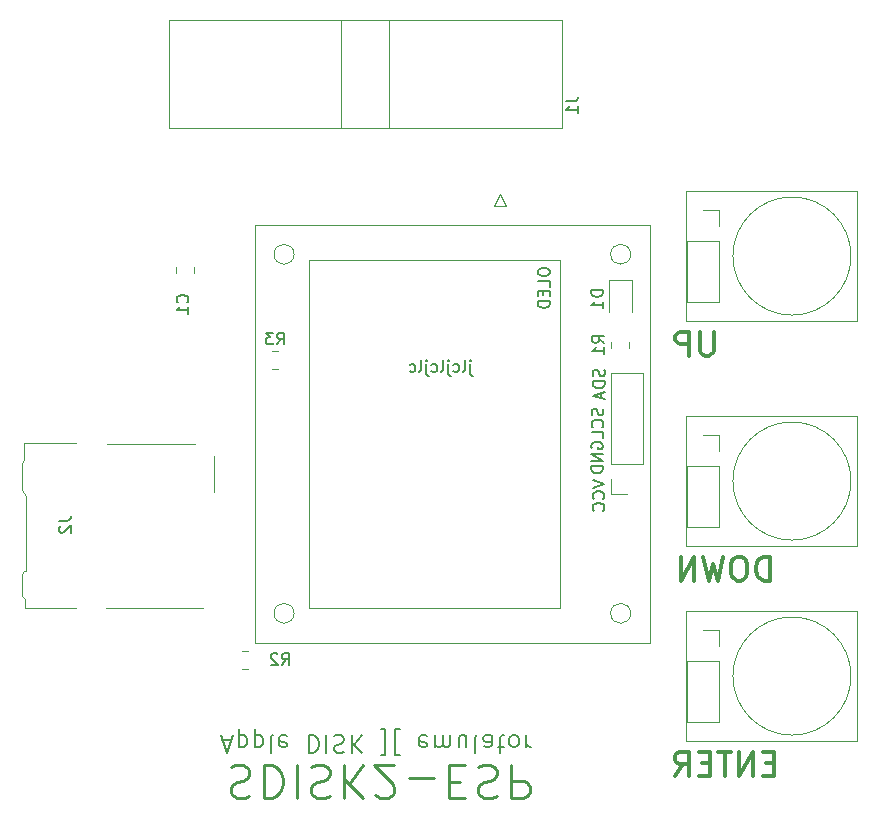
<source format=gbr>
%TF.GenerationSoftware,KiCad,Pcbnew,(6.0.1)*%
%TF.CreationDate,2022-05-14T12:38:18+08:00*%
%TF.ProjectId,SDISK2_ESP,53444953-4b32-45f4-9553-502e6b696361,rev?*%
%TF.SameCoordinates,Original*%
%TF.FileFunction,Legend,Bot*%
%TF.FilePolarity,Positive*%
%FSLAX46Y46*%
G04 Gerber Fmt 4.6, Leading zero omitted, Abs format (unit mm)*
G04 Created by KiCad (PCBNEW (6.0.1)) date 2022-05-14 12:38:18*
%MOMM*%
%LPD*%
G01*
G04 APERTURE LIST*
%ADD10C,0.250000*%
%ADD11C,0.300000*%
%ADD12C,0.150000*%
%ADD13C,0.120000*%
G04 APERTURE END LIST*
D10*
X111793333Y-128406666D02*
X112193333Y-128273333D01*
X112860000Y-128273333D01*
X113126666Y-128406666D01*
X113260000Y-128540000D01*
X113393333Y-128806666D01*
X113393333Y-129073333D01*
X113260000Y-129340000D01*
X113126666Y-129473333D01*
X112860000Y-129606666D01*
X112326666Y-129740000D01*
X112060000Y-129873333D01*
X111926666Y-130006666D01*
X111793333Y-130273333D01*
X111793333Y-130540000D01*
X111926666Y-130806666D01*
X112060000Y-130940000D01*
X112326666Y-131073333D01*
X112993333Y-131073333D01*
X113393333Y-130940000D01*
X114593333Y-128273333D02*
X114593333Y-131073333D01*
X115260000Y-131073333D01*
X115660000Y-130940000D01*
X115926666Y-130673333D01*
X116060000Y-130406666D01*
X116193333Y-129873333D01*
X116193333Y-129473333D01*
X116060000Y-128940000D01*
X115926666Y-128673333D01*
X115660000Y-128406666D01*
X115260000Y-128273333D01*
X114593333Y-128273333D01*
X117393333Y-128273333D02*
X117393333Y-131073333D01*
X118593333Y-128406666D02*
X118993333Y-128273333D01*
X119660000Y-128273333D01*
X119926666Y-128406666D01*
X120060000Y-128540000D01*
X120193333Y-128806666D01*
X120193333Y-129073333D01*
X120060000Y-129340000D01*
X119926666Y-129473333D01*
X119660000Y-129606666D01*
X119126666Y-129740000D01*
X118860000Y-129873333D01*
X118726666Y-130006666D01*
X118593333Y-130273333D01*
X118593333Y-130540000D01*
X118726666Y-130806666D01*
X118860000Y-130940000D01*
X119126666Y-131073333D01*
X119793333Y-131073333D01*
X120193333Y-130940000D01*
X121393333Y-128273333D02*
X121393333Y-131073333D01*
X122993333Y-128273333D02*
X121793333Y-129873333D01*
X122993333Y-131073333D02*
X121393333Y-129473333D01*
X124060000Y-130806666D02*
X124193333Y-130940000D01*
X124460000Y-131073333D01*
X125126666Y-131073333D01*
X125393333Y-130940000D01*
X125526666Y-130806666D01*
X125660000Y-130540000D01*
X125660000Y-130273333D01*
X125526666Y-129873333D01*
X123926666Y-128273333D01*
X125660000Y-128273333D01*
X126860000Y-129340000D02*
X128993333Y-129340000D01*
X130326666Y-129740000D02*
X131260000Y-129740000D01*
X131660000Y-128273333D02*
X130326666Y-128273333D01*
X130326666Y-131073333D01*
X131660000Y-131073333D01*
X132726666Y-128406666D02*
X133126666Y-128273333D01*
X133793333Y-128273333D01*
X134060000Y-128406666D01*
X134193333Y-128540000D01*
X134326666Y-128806666D01*
X134326666Y-129073333D01*
X134193333Y-129340000D01*
X134060000Y-129473333D01*
X133793333Y-129606666D01*
X133260000Y-129740000D01*
X132993333Y-129873333D01*
X132860000Y-130006666D01*
X132726666Y-130273333D01*
X132726666Y-130540000D01*
X132860000Y-130806666D01*
X132993333Y-130940000D01*
X133260000Y-131073333D01*
X133926666Y-131073333D01*
X134326666Y-130940000D01*
X135526666Y-128273333D02*
X135526666Y-131073333D01*
X136593333Y-131073333D01*
X136860000Y-130940000D01*
X136993333Y-130806666D01*
X137126666Y-130540000D01*
X137126666Y-130140000D01*
X136993333Y-129873333D01*
X136860000Y-129740000D01*
X136593333Y-129606666D01*
X135526666Y-129606666D01*
D11*
X152701428Y-91614761D02*
X152701428Y-93233809D01*
X152606190Y-93424285D01*
X152510952Y-93519523D01*
X152320476Y-93614761D01*
X151939523Y-93614761D01*
X151749047Y-93519523D01*
X151653809Y-93424285D01*
X151558571Y-93233809D01*
X151558571Y-91614761D01*
X150606190Y-93614761D02*
X150606190Y-91614761D01*
X149844285Y-91614761D01*
X149653809Y-91710000D01*
X149558571Y-91805238D01*
X149463333Y-91995714D01*
X149463333Y-92281428D01*
X149558571Y-92471904D01*
X149653809Y-92567142D01*
X149844285Y-92662380D01*
X150606190Y-92662380D01*
X157431904Y-112664761D02*
X157431904Y-110664761D01*
X156955714Y-110664761D01*
X156670000Y-110760000D01*
X156479523Y-110950476D01*
X156384285Y-111140952D01*
X156289047Y-111521904D01*
X156289047Y-111807619D01*
X156384285Y-112188571D01*
X156479523Y-112379047D01*
X156670000Y-112569523D01*
X156955714Y-112664761D01*
X157431904Y-112664761D01*
X155050952Y-110664761D02*
X154670000Y-110664761D01*
X154479523Y-110760000D01*
X154289047Y-110950476D01*
X154193809Y-111331428D01*
X154193809Y-111998095D01*
X154289047Y-112379047D01*
X154479523Y-112569523D01*
X154670000Y-112664761D01*
X155050952Y-112664761D01*
X155241428Y-112569523D01*
X155431904Y-112379047D01*
X155527142Y-111998095D01*
X155527142Y-111331428D01*
X155431904Y-110950476D01*
X155241428Y-110760000D01*
X155050952Y-110664761D01*
X153527142Y-110664761D02*
X153050952Y-112664761D01*
X152670000Y-111236190D01*
X152289047Y-112664761D01*
X151812857Y-110664761D01*
X151050952Y-112664761D02*
X151050952Y-110664761D01*
X149908095Y-112664761D01*
X149908095Y-110664761D01*
D12*
X132087619Y-94337676D02*
X132087619Y-95194819D01*
X132135238Y-95290057D01*
X132230476Y-95337676D01*
X132278095Y-95337676D01*
X132087619Y-94004342D02*
X132135238Y-94051962D01*
X132087619Y-94099581D01*
X132040000Y-94051962D01*
X132087619Y-94004342D01*
X132087619Y-94099581D01*
X131468571Y-95004342D02*
X131563809Y-94956723D01*
X131611428Y-94861485D01*
X131611428Y-94004342D01*
X130659047Y-94956723D02*
X130754285Y-95004342D01*
X130944761Y-95004342D01*
X131040000Y-94956723D01*
X131087619Y-94909104D01*
X131135238Y-94813866D01*
X131135238Y-94528152D01*
X131087619Y-94432914D01*
X131040000Y-94385295D01*
X130944761Y-94337676D01*
X130754285Y-94337676D01*
X130659047Y-94385295D01*
X130230476Y-94337676D02*
X130230476Y-95194819D01*
X130278095Y-95290057D01*
X130373333Y-95337676D01*
X130420952Y-95337676D01*
X130230476Y-94004342D02*
X130278095Y-94051962D01*
X130230476Y-94099581D01*
X130182857Y-94051962D01*
X130230476Y-94004342D01*
X130230476Y-94099581D01*
X129611428Y-95004342D02*
X129706666Y-94956723D01*
X129754285Y-94861485D01*
X129754285Y-94004342D01*
X128801904Y-94956723D02*
X128897142Y-95004342D01*
X129087619Y-95004342D01*
X129182857Y-94956723D01*
X129230476Y-94909104D01*
X129278095Y-94813866D01*
X129278095Y-94528152D01*
X129230476Y-94432914D01*
X129182857Y-94385295D01*
X129087619Y-94337676D01*
X128897142Y-94337676D01*
X128801904Y-94385295D01*
X128373333Y-94337676D02*
X128373333Y-95194819D01*
X128420952Y-95290057D01*
X128516190Y-95337676D01*
X128563809Y-95337676D01*
X128373333Y-94004342D02*
X128420952Y-94051962D01*
X128373333Y-94099581D01*
X128325714Y-94051962D01*
X128373333Y-94004342D01*
X128373333Y-94099581D01*
X127754285Y-95004342D02*
X127849523Y-94956723D01*
X127897142Y-94861485D01*
X127897142Y-94004342D01*
X126944761Y-94956723D02*
X127040000Y-95004342D01*
X127230476Y-95004342D01*
X127325714Y-94956723D01*
X127373333Y-94909104D01*
X127420952Y-94813866D01*
X127420952Y-94528152D01*
X127373333Y-94432914D01*
X127325714Y-94385295D01*
X127230476Y-94337676D01*
X127040000Y-94337676D01*
X126944761Y-94385295D01*
X111109499Y-126189794D02*
X111823784Y-126189794D01*
X110966641Y-125761222D02*
X111466641Y-127261222D01*
X111966641Y-125761222D01*
X112466641Y-126761222D02*
X112466641Y-125261222D01*
X112466641Y-126689794D02*
X112609499Y-126761222D01*
X112895213Y-126761222D01*
X113038070Y-126689794D01*
X113109499Y-126618365D01*
X113180927Y-126475508D01*
X113180927Y-126046936D01*
X113109499Y-125904079D01*
X113038070Y-125832651D01*
X112895213Y-125761222D01*
X112609499Y-125761222D01*
X112466641Y-125832651D01*
X113823784Y-126761222D02*
X113823784Y-125261222D01*
X113823784Y-126689794D02*
X113966641Y-126761222D01*
X114252356Y-126761222D01*
X114395213Y-126689794D01*
X114466641Y-126618365D01*
X114538070Y-126475508D01*
X114538070Y-126046936D01*
X114466641Y-125904079D01*
X114395213Y-125832651D01*
X114252356Y-125761222D01*
X113966641Y-125761222D01*
X113823784Y-125832651D01*
X115395213Y-125761222D02*
X115252356Y-125832651D01*
X115180927Y-125975508D01*
X115180927Y-127261222D01*
X116538070Y-125832651D02*
X116395213Y-125761222D01*
X116109499Y-125761222D01*
X115966641Y-125832651D01*
X115895213Y-125975508D01*
X115895213Y-126546936D01*
X115966641Y-126689794D01*
X116109499Y-126761222D01*
X116395213Y-126761222D01*
X116538070Y-126689794D01*
X116609499Y-126546936D01*
X116609499Y-126404079D01*
X115895213Y-126261222D01*
X118395213Y-125761222D02*
X118395213Y-127261222D01*
X118752356Y-127261222D01*
X118966641Y-127189794D01*
X119109499Y-127046936D01*
X119180927Y-126904079D01*
X119252356Y-126618365D01*
X119252356Y-126404079D01*
X119180927Y-126118365D01*
X119109499Y-125975508D01*
X118966641Y-125832651D01*
X118752356Y-125761222D01*
X118395213Y-125761222D01*
X119895213Y-125761222D02*
X119895213Y-127261222D01*
X120538070Y-125832651D02*
X120752356Y-125761222D01*
X121109499Y-125761222D01*
X121252356Y-125832651D01*
X121323784Y-125904079D01*
X121395213Y-126046936D01*
X121395213Y-126189794D01*
X121323784Y-126332651D01*
X121252356Y-126404079D01*
X121109499Y-126475508D01*
X120823784Y-126546936D01*
X120680927Y-126618365D01*
X120609499Y-126689794D01*
X120538070Y-126832651D01*
X120538070Y-126975508D01*
X120609499Y-127118365D01*
X120680927Y-127189794D01*
X120823784Y-127261222D01*
X121180927Y-127261222D01*
X121395213Y-127189794D01*
X122038070Y-125761222D02*
X122038070Y-127261222D01*
X122895213Y-125761222D02*
X122252356Y-126618365D01*
X122895213Y-127261222D02*
X122038070Y-126404079D01*
X124538070Y-125261222D02*
X124895213Y-125261222D01*
X124895213Y-127404079D01*
X124538070Y-127404079D01*
X126109499Y-125261222D02*
X125752356Y-125261222D01*
X125752356Y-127404079D01*
X126109499Y-127404079D01*
X128395213Y-125832651D02*
X128252356Y-125761222D01*
X127966641Y-125761222D01*
X127823784Y-125832651D01*
X127752356Y-125975508D01*
X127752356Y-126546936D01*
X127823784Y-126689794D01*
X127966641Y-126761222D01*
X128252356Y-126761222D01*
X128395213Y-126689794D01*
X128466641Y-126546936D01*
X128466641Y-126404079D01*
X127752356Y-126261222D01*
X129109499Y-125761222D02*
X129109499Y-126761222D01*
X129109499Y-126618365D02*
X129180927Y-126689794D01*
X129323784Y-126761222D01*
X129538070Y-126761222D01*
X129680927Y-126689794D01*
X129752356Y-126546936D01*
X129752356Y-125761222D01*
X129752356Y-126546936D02*
X129823784Y-126689794D01*
X129966641Y-126761222D01*
X130180927Y-126761222D01*
X130323784Y-126689794D01*
X130395213Y-126546936D01*
X130395213Y-125761222D01*
X131752356Y-126761222D02*
X131752356Y-125761222D01*
X131109499Y-126761222D02*
X131109499Y-125975508D01*
X131180927Y-125832651D01*
X131323784Y-125761222D01*
X131538070Y-125761222D01*
X131680927Y-125832651D01*
X131752356Y-125904079D01*
X132680927Y-125761222D02*
X132538070Y-125832651D01*
X132466641Y-125975508D01*
X132466641Y-127261222D01*
X133895213Y-125761222D02*
X133895213Y-126546936D01*
X133823784Y-126689794D01*
X133680927Y-126761222D01*
X133395213Y-126761222D01*
X133252356Y-126689794D01*
X133895213Y-125832651D02*
X133752356Y-125761222D01*
X133395213Y-125761222D01*
X133252356Y-125832651D01*
X133180927Y-125975508D01*
X133180927Y-126118365D01*
X133252356Y-126261222D01*
X133395213Y-126332651D01*
X133752356Y-126332651D01*
X133895213Y-126404079D01*
X134395213Y-126761222D02*
X134966641Y-126761222D01*
X134609499Y-127261222D02*
X134609499Y-125975508D01*
X134680927Y-125832651D01*
X134823784Y-125761222D01*
X134966641Y-125761222D01*
X135680927Y-125761222D02*
X135538070Y-125832651D01*
X135466641Y-125904079D01*
X135395213Y-126046936D01*
X135395213Y-126475508D01*
X135466641Y-126618365D01*
X135538070Y-126689794D01*
X135680927Y-126761222D01*
X135895213Y-126761222D01*
X136038070Y-126689794D01*
X136109499Y-126618365D01*
X136180927Y-126475508D01*
X136180927Y-126046936D01*
X136109499Y-125904079D01*
X136038070Y-125832651D01*
X135895213Y-125761222D01*
X135680927Y-125761222D01*
X136823784Y-125761222D02*
X136823784Y-126761222D01*
X136823784Y-126475508D02*
X136895213Y-126618365D01*
X136966641Y-126689794D01*
X137109499Y-126761222D01*
X137252356Y-126761222D01*
D11*
X157812857Y-128127142D02*
X157146190Y-128127142D01*
X156860476Y-129174761D02*
X157812857Y-129174761D01*
X157812857Y-127174761D01*
X156860476Y-127174761D01*
X156003333Y-129174761D02*
X156003333Y-127174761D01*
X154860476Y-129174761D01*
X154860476Y-127174761D01*
X154193809Y-127174761D02*
X153050952Y-127174761D01*
X153622380Y-129174761D02*
X153622380Y-127174761D01*
X152384285Y-128127142D02*
X151717619Y-128127142D01*
X151431904Y-129174761D02*
X152384285Y-129174761D01*
X152384285Y-127174761D01*
X151431904Y-127174761D01*
X149431904Y-129174761D02*
X150098571Y-128222380D01*
X150574761Y-129174761D02*
X150574761Y-127174761D01*
X149812857Y-127174761D01*
X149622380Y-127270000D01*
X149527142Y-127365238D01*
X149431904Y-127555714D01*
X149431904Y-127841428D01*
X149527142Y-128031904D01*
X149622380Y-128127142D01*
X149812857Y-128222380D01*
X150574761Y-128222380D01*
D12*
%TO.C,R2*%
X116139398Y-119792505D02*
X116472732Y-119316315D01*
X116710827Y-119792505D02*
X116710827Y-118792505D01*
X116329874Y-118792505D01*
X116234636Y-118840125D01*
X116187017Y-118887744D01*
X116139398Y-118982982D01*
X116139398Y-119125839D01*
X116187017Y-119221077D01*
X116234636Y-119268696D01*
X116329874Y-119316315D01*
X116710827Y-119316315D01*
X115758446Y-118887744D02*
X115710827Y-118840125D01*
X115615589Y-118792505D01*
X115377493Y-118792505D01*
X115282255Y-118840125D01*
X115234636Y-118887744D01*
X115187017Y-118982982D01*
X115187017Y-119078220D01*
X115234636Y-119221077D01*
X115806065Y-119792505D01*
X115187017Y-119792505D01*
%TO.C,D1*%
X143323955Y-88083689D02*
X142323955Y-88083689D01*
X142323955Y-88321785D01*
X142371575Y-88464642D01*
X142466813Y-88559880D01*
X142562051Y-88607499D01*
X142752527Y-88655118D01*
X142895384Y-88655118D01*
X143085860Y-88607499D01*
X143181098Y-88559880D01*
X143276336Y-88464642D01*
X143323955Y-88321785D01*
X143323955Y-88083689D01*
X143323955Y-89607499D02*
X143323955Y-89036070D01*
X143323955Y-89321785D02*
X142323955Y-89321785D01*
X142466813Y-89226546D01*
X142562051Y-89131308D01*
X142609670Y-89036070D01*
%TO.C,J1*%
X140172380Y-72076666D02*
X140886666Y-72076666D01*
X141029523Y-72029047D01*
X141124761Y-71933809D01*
X141172380Y-71790952D01*
X141172380Y-71695714D01*
X141172380Y-73076666D02*
X141172380Y-72505238D01*
X141172380Y-72790952D02*
X140172380Y-72790952D01*
X140315238Y-72695714D01*
X140410476Y-72600476D01*
X140458095Y-72505238D01*
%TO.C,R3*%
X115727717Y-92667962D02*
X116061051Y-92191772D01*
X116299146Y-92667962D02*
X116299146Y-91667962D01*
X115918193Y-91667962D01*
X115822955Y-91715582D01*
X115775336Y-91763201D01*
X115727717Y-91858439D01*
X115727717Y-92001296D01*
X115775336Y-92096534D01*
X115822955Y-92144153D01*
X115918193Y-92191772D01*
X116299146Y-92191772D01*
X115394384Y-91667962D02*
X114775336Y-91667962D01*
X115108670Y-92048915D01*
X114965812Y-92048915D01*
X114870574Y-92096534D01*
X114822955Y-92144153D01*
X114775336Y-92239391D01*
X114775336Y-92477486D01*
X114822955Y-92572724D01*
X114870574Y-92620343D01*
X114965812Y-92667962D01*
X115251527Y-92667962D01*
X115346765Y-92620343D01*
X115394384Y-92572724D01*
%TO.C,C1*%
X108130811Y-89098594D02*
X108178430Y-89050975D01*
X108226049Y-88908118D01*
X108226049Y-88812880D01*
X108178430Y-88670022D01*
X108083192Y-88574784D01*
X107987954Y-88527165D01*
X107797478Y-88479546D01*
X107654621Y-88479546D01*
X107464145Y-88527165D01*
X107368907Y-88574784D01*
X107273669Y-88670022D01*
X107226049Y-88812880D01*
X107226049Y-88908118D01*
X107273669Y-89050975D01*
X107321288Y-89098594D01*
X108226049Y-90050975D02*
X108226049Y-89479546D01*
X108226049Y-89765261D02*
X107226049Y-89765261D01*
X107368907Y-89670022D01*
X107464145Y-89574784D01*
X107511764Y-89479546D01*
%TO.C,OLED*%
X137811981Y-86444522D02*
X137811981Y-86634998D01*
X137859601Y-86730236D01*
X137954839Y-86825474D01*
X138145315Y-86873093D01*
X138478648Y-86873093D01*
X138669124Y-86825474D01*
X138764362Y-86730236D01*
X138811981Y-86634998D01*
X138811981Y-86444522D01*
X138764362Y-86349283D01*
X138669124Y-86254045D01*
X138478648Y-86206426D01*
X138145315Y-86206426D01*
X137954839Y-86254045D01*
X137859601Y-86349283D01*
X137811981Y-86444522D01*
X138811981Y-87777855D02*
X138811981Y-87301664D01*
X137811981Y-87301664D01*
X138288172Y-88111188D02*
X138288172Y-88444522D01*
X138811981Y-88587379D02*
X138811981Y-88111188D01*
X137811981Y-88111188D01*
X137811981Y-88587379D01*
X138811981Y-89015950D02*
X137811981Y-89015950D01*
X137811981Y-89254045D01*
X137859601Y-89396903D01*
X137954839Y-89492141D01*
X138050077Y-89539760D01*
X138240553Y-89587379D01*
X138383410Y-89587379D01*
X138573886Y-89539760D01*
X138669124Y-89492141D01*
X138764362Y-89396903D01*
X138811981Y-89254045D01*
X138811981Y-89015950D01*
X143424953Y-94804149D02*
X143472572Y-94947006D01*
X143472572Y-95185101D01*
X143424953Y-95280339D01*
X143377334Y-95327958D01*
X143282096Y-95375577D01*
X143186858Y-95375577D01*
X143091620Y-95327958D01*
X143044001Y-95280339D01*
X142996382Y-95185101D01*
X142948763Y-94994625D01*
X142901144Y-94899387D01*
X142853525Y-94851768D01*
X142758287Y-94804149D01*
X142663049Y-94804149D01*
X142567811Y-94851768D01*
X142520192Y-94899387D01*
X142472572Y-94994625D01*
X142472572Y-95232720D01*
X142520192Y-95375577D01*
X143472572Y-95804149D02*
X142472572Y-95804149D01*
X142472572Y-96042244D01*
X142520192Y-96185101D01*
X142615430Y-96280339D01*
X142710668Y-96327958D01*
X142901144Y-96375577D01*
X143044001Y-96375577D01*
X143234477Y-96327958D01*
X143329715Y-96280339D01*
X143424953Y-96185101D01*
X143472572Y-96042244D01*
X143472572Y-95804149D01*
X143186858Y-96756530D02*
X143186858Y-97232720D01*
X143472572Y-96661292D02*
X142472572Y-96994625D01*
X143472572Y-97327958D01*
X142377401Y-101475496D02*
X142329781Y-101380258D01*
X142329781Y-101237401D01*
X142377401Y-101094543D01*
X142472639Y-100999305D01*
X142567877Y-100951686D01*
X142758353Y-100904067D01*
X142901210Y-100904067D01*
X143091686Y-100951686D01*
X143186924Y-100999305D01*
X143282162Y-101094543D01*
X143329781Y-101237401D01*
X143329781Y-101332639D01*
X143282162Y-101475496D01*
X143234543Y-101523115D01*
X142901210Y-101523115D01*
X142901210Y-101332639D01*
X143329781Y-101951686D02*
X142329781Y-101951686D01*
X143329781Y-102523115D01*
X142329781Y-102523115D01*
X143329781Y-102999305D02*
X142329781Y-102999305D01*
X142329781Y-103237401D01*
X142377401Y-103380258D01*
X142472639Y-103475496D01*
X142567877Y-103523115D01*
X142758353Y-103570734D01*
X142901210Y-103570734D01*
X143091686Y-103523115D01*
X143186924Y-103475496D01*
X143282162Y-103380258D01*
X143329781Y-103237401D01*
X143329781Y-102999305D01*
X143319364Y-98101219D02*
X143366983Y-98244076D01*
X143366983Y-98482172D01*
X143319364Y-98577410D01*
X143271745Y-98625029D01*
X143176507Y-98672648D01*
X143081269Y-98672648D01*
X142986031Y-98625029D01*
X142938412Y-98577410D01*
X142890793Y-98482172D01*
X142843174Y-98291696D01*
X142795555Y-98196457D01*
X142747936Y-98148838D01*
X142652698Y-98101219D01*
X142557460Y-98101219D01*
X142462222Y-98148838D01*
X142414603Y-98196457D01*
X142366983Y-98291696D01*
X142366983Y-98529791D01*
X142414603Y-98672648D01*
X143271745Y-99672648D02*
X143319364Y-99625029D01*
X143366983Y-99482172D01*
X143366983Y-99386934D01*
X143319364Y-99244076D01*
X143224126Y-99148838D01*
X143128888Y-99101219D01*
X142938412Y-99053600D01*
X142795555Y-99053600D01*
X142605079Y-99101219D01*
X142509841Y-99148838D01*
X142414603Y-99244076D01*
X142366983Y-99386934D01*
X142366983Y-99482172D01*
X142414603Y-99625029D01*
X142462222Y-99672648D01*
X143366983Y-100577410D02*
X143366983Y-100101219D01*
X142366983Y-100101219D01*
X142446175Y-104161720D02*
X143446175Y-104495054D01*
X142446175Y-104828387D01*
X143350937Y-105733149D02*
X143398556Y-105685530D01*
X143446175Y-105542673D01*
X143446175Y-105447434D01*
X143398556Y-105304577D01*
X143303318Y-105209339D01*
X143208080Y-105161720D01*
X143017604Y-105114101D01*
X142874747Y-105114101D01*
X142684271Y-105161720D01*
X142589033Y-105209339D01*
X142493795Y-105304577D01*
X142446175Y-105447434D01*
X142446175Y-105542673D01*
X142493795Y-105685530D01*
X142541414Y-105733149D01*
X143350937Y-106733149D02*
X143398556Y-106685530D01*
X143446175Y-106542673D01*
X143446175Y-106447434D01*
X143398556Y-106304577D01*
X143303318Y-106209339D01*
X143208080Y-106161720D01*
X143017604Y-106114101D01*
X142874747Y-106114101D01*
X142684271Y-106161720D01*
X142589033Y-106209339D01*
X142493795Y-106304577D01*
X142446175Y-106447434D01*
X142446175Y-106542673D01*
X142493795Y-106685530D01*
X142541414Y-106733149D01*
%TO.C,R1*%
X143425633Y-92542360D02*
X142949443Y-92209027D01*
X143425633Y-91970931D02*
X142425633Y-91970931D01*
X142425633Y-92351884D01*
X142473253Y-92447122D01*
X142520872Y-92494741D01*
X142616110Y-92542360D01*
X142758967Y-92542360D01*
X142854205Y-92494741D01*
X142901824Y-92447122D01*
X142949443Y-92351884D01*
X142949443Y-91970931D01*
X143425633Y-93494741D02*
X143425633Y-92923312D01*
X143425633Y-93209027D02*
X142425633Y-93209027D01*
X142568491Y-93113788D01*
X142663729Y-93018550D01*
X142711348Y-92923312D01*
%TO.C,J2*%
X97267128Y-107616636D02*
X97981414Y-107616636D01*
X98124271Y-107569017D01*
X98219509Y-107473779D01*
X98267128Y-107330922D01*
X98267128Y-107235684D01*
X97362367Y-108045208D02*
X97314748Y-108092827D01*
X97267128Y-108188065D01*
X97267128Y-108426160D01*
X97314748Y-108521398D01*
X97362367Y-108569017D01*
X97457605Y-108616636D01*
X97552843Y-108616636D01*
X97695700Y-108569017D01*
X98267128Y-107997589D01*
X98267128Y-108616636D01*
D13*
%TO.C,R2*%
X113257064Y-118645000D02*
X112802936Y-118645000D01*
X113257064Y-120115000D02*
X112802936Y-120115000D01*
%TO.C,U3*%
X150445984Y-102965000D02*
X150445984Y-108105000D01*
X153105984Y-102965000D02*
X150445984Y-102965000D01*
X153105984Y-100365000D02*
X151775984Y-100365000D01*
X153105984Y-108105000D02*
X150445984Y-108105000D01*
X153105984Y-101695000D02*
X153105984Y-100365000D01*
X153105984Y-102965000D02*
X153105984Y-108105000D01*
X150325000Y-98735000D02*
X164825000Y-98735000D01*
X164825000Y-98735000D02*
X164825000Y-109735000D01*
X164825000Y-109735000D02*
X150325000Y-109735000D01*
X150325000Y-109735000D02*
X150325000Y-98735000D01*
X164325000Y-104235000D02*
G75*
G03*
X164325000Y-104235000I-5000000J0D01*
G01*
%TO.C,D1*%
X145740000Y-87215000D02*
X145740000Y-89900000D01*
X143820000Y-89900000D02*
X143820000Y-87215000D01*
X143820000Y-87215000D02*
X145740000Y-87215000D01*
%TO.C,J1*%
X139830000Y-65235000D02*
X106550000Y-65235000D01*
X106550000Y-65235000D02*
X106550000Y-74355000D01*
X106550000Y-74355000D02*
X139830000Y-74355000D01*
X139830000Y-74355000D02*
X139830000Y-65235000D01*
X135120000Y-80975000D02*
X134120000Y-80975000D01*
X125240000Y-74355000D02*
X125240000Y-65235000D01*
X121140000Y-74355000D02*
X121140000Y-65235000D01*
X134120000Y-80975000D02*
X134620000Y-79975000D01*
X134620000Y-79975000D02*
X135120000Y-80975000D01*
%TO.C,R3*%
X115342936Y-94715000D02*
X115797064Y-94715000D01*
X115342936Y-93245000D02*
X115797064Y-93245000D01*
%TO.C,C1*%
X107215000Y-86098748D02*
X107215000Y-86621252D01*
X108685000Y-86098748D02*
X108685000Y-86621252D01*
%TO.C,OLED*%
X144035591Y-104045000D02*
X144035591Y-105375000D01*
X144035591Y-102775000D02*
X144035591Y-95095000D01*
X144035591Y-102775000D02*
X146695591Y-102775000D01*
X144035591Y-95095000D02*
X146695591Y-95095000D01*
X146695591Y-102775000D02*
X146695591Y-95095000D01*
X144035591Y-105375000D02*
X145365591Y-105375000D01*
X147320000Y-117935000D02*
X113820000Y-117935000D01*
X113820000Y-117935000D02*
X113820000Y-82535000D01*
X113820000Y-82535000D02*
X147320000Y-82535000D01*
X147320000Y-82535000D02*
X147320000Y-117935000D01*
X139647856Y-114945000D02*
X118436632Y-114945000D01*
X118436632Y-114945000D02*
X118436632Y-85525000D01*
X118436632Y-85525000D02*
X139647856Y-85525000D01*
X139647856Y-85525000D02*
X139647856Y-114945000D01*
X117170000Y-115435000D02*
G75*
G03*
X117170000Y-115435000I-850000J0D01*
G01*
X117170000Y-85035000D02*
G75*
G03*
X117170000Y-85035000I-850000J0D01*
G01*
X145670000Y-85035000D02*
G75*
G03*
X145670000Y-85035000I-850000J0D01*
G01*
X145670000Y-115435000D02*
G75*
G03*
X145670000Y-115435000I-850000J0D01*
G01*
%TO.C,U1*%
X153105984Y-83915000D02*
X153105984Y-89055000D01*
X153105984Y-89055000D02*
X150445984Y-89055000D01*
X150445984Y-83915000D02*
X150445984Y-89055000D01*
X153105984Y-82645000D02*
X153105984Y-81315000D01*
X153105984Y-83915000D02*
X150445984Y-83915000D01*
X153105984Y-81315000D02*
X151775984Y-81315000D01*
X150325000Y-79685000D02*
X164825000Y-79685000D01*
X164825000Y-79685000D02*
X164825000Y-90685000D01*
X164825000Y-90685000D02*
X150325000Y-90685000D01*
X150325000Y-90685000D02*
X150325000Y-79685000D01*
X164325000Y-85185000D02*
G75*
G03*
X164325000Y-85185000I-5000000J0D01*
G01*
%TO.C,R1*%
X145515000Y-92937064D02*
X145515000Y-92482936D01*
X144045000Y-92937064D02*
X144045000Y-92482936D01*
%TO.C,J2*%
X94453888Y-111875371D02*
X94303888Y-111875371D01*
X94453888Y-111875371D02*
X94453888Y-105505371D01*
X94103888Y-113945371D02*
X94303888Y-114145371D01*
X94303888Y-102485371D02*
X94303888Y-102225371D01*
X94103888Y-113945371D02*
X94103888Y-112085371D01*
X94303888Y-101013650D02*
X94303888Y-102225371D01*
X94103888Y-112085371D02*
X94303888Y-111875371D01*
X94363888Y-114975371D02*
X94362349Y-114226644D01*
X94362349Y-114226644D02*
X94303888Y-114145371D01*
X98730000Y-115025371D02*
X94423888Y-115025371D01*
X94103888Y-102685371D02*
X94303888Y-102485371D01*
X110374032Y-105148354D02*
X110373888Y-102126955D01*
X109422490Y-114950000D02*
X101208079Y-114950000D01*
X98730000Y-101013650D02*
X94303888Y-101013650D01*
X94103888Y-102685371D02*
X94103888Y-104995371D01*
X108768092Y-101078635D02*
X101345846Y-101078635D01*
X94103888Y-104995371D02*
X94453888Y-105505371D01*
%TO.C,U4*%
X153105984Y-119475000D02*
X150445984Y-119475000D01*
X153105984Y-118205000D02*
X153105984Y-116875000D01*
X153105984Y-116875000D02*
X151775984Y-116875000D01*
X153105984Y-124615000D02*
X150445984Y-124615000D01*
X150445984Y-119475000D02*
X150445984Y-124615000D01*
X153105984Y-119475000D02*
X153105984Y-124615000D01*
X150325000Y-115245000D02*
X164825000Y-115245000D01*
X164825000Y-115245000D02*
X164825000Y-126245000D01*
X164825000Y-126245000D02*
X150325000Y-126245000D01*
X150325000Y-126245000D02*
X150325000Y-115245000D01*
X164325000Y-120745000D02*
G75*
G03*
X164325000Y-120745000I-5000000J0D01*
G01*
%TD*%
M02*

</source>
